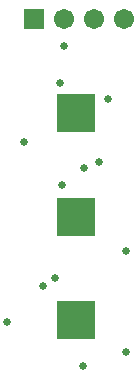
<source format=gbs>
G04 Layer_Color=16711935*
%FSLAX44Y44*%
%MOMM*%
G71*
G01*
G75*
%ADD30C,1.7032*%
%ADD31R,1.7032X1.7032*%
%ADD32C,0.6532*%
%ADD33R,3.2032X3.2032*%
D30*
X369450Y543000D02*
D03*
X344050D02*
D03*
X318650D02*
D03*
D31*
X293250D02*
D03*
D32*
X371500Y346750D02*
D03*
X371000Y261500D02*
D03*
X317250Y402500D02*
D03*
X300990Y317500D02*
D03*
X270510Y287020D02*
D03*
X311150Y323850D02*
D03*
X314960Y488950D02*
D03*
X355500Y475250D02*
D03*
X335250Y417250D02*
D03*
X348250Y422000D02*
D03*
X318500Y520000D02*
D03*
X284480Y439420D02*
D03*
X334750Y249250D02*
D03*
D33*
X328930Y375920D02*
D03*
Y463420D02*
D03*
Y288420D02*
D03*
M02*

</source>
